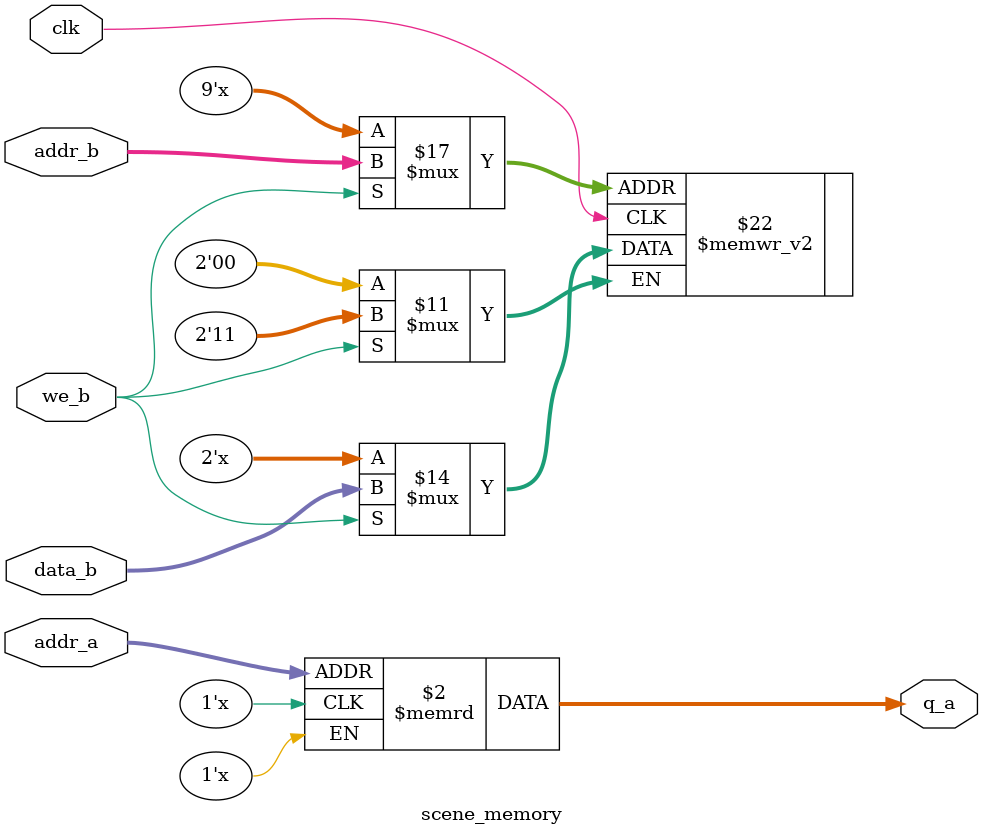
<source format=v>
module scene_memory (
	input clk,
	input we_b,
	input [8:0] addr_a,
	input [8:0]	addr_b,
	input [1:0] data_b,
	output [1:0] q_a
	);

	reg [1:0] scene [0:299];

	// Port A
	assign q_a = (scene[addr_a]);

	// Port B
	always @ (posedge clk)
	begin
		if (we_b)
		begin
			scene[addr_b] <= data_b;
		end
	end

endmodule // scene_memory

</source>
